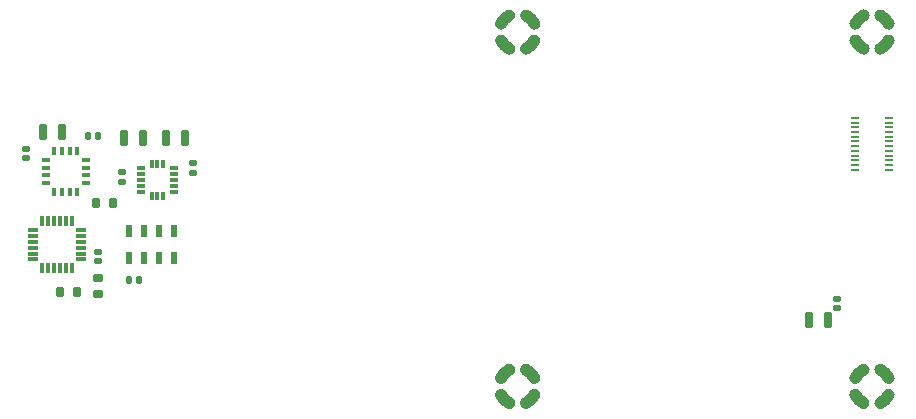
<source format=gtp>
G04 Layer_Color=8421504*
%FSAX42Y42*%
%MOMM*%
G71*
G01*
G75*
G04:AMPARAMS|DCode=10|XSize=0.71mm|YSize=1.32mm|CornerRadius=0.18mm|HoleSize=0mm|Usage=FLASHONLY|Rotation=180.000|XOffset=0mm|YOffset=0mm|HoleType=Round|Shape=RoundedRectangle|*
%AMROUNDEDRECTD10*
21,1,0.71,0.97,0,0,180.0*
21,1,0.36,1.32,0,0,180.0*
1,1,0.36,-0.18,0.48*
1,1,0.36,0.18,0.48*
1,1,0.36,0.18,-0.48*
1,1,0.36,-0.18,-0.48*
%
%ADD10ROUNDEDRECTD10*%
G04:AMPARAMS|DCode=11|XSize=0.51mm|YSize=0.61mm|CornerRadius=0.13mm|HoleSize=0mm|Usage=FLASHONLY|Rotation=90.000|XOffset=0mm|YOffset=0mm|HoleType=Round|Shape=RoundedRectangle|*
%AMROUNDEDRECTD11*
21,1,0.51,0.36,0,0,90.0*
21,1,0.25,0.61,0,0,90.0*
1,1,0.25,0.18,0.13*
1,1,0.25,0.18,-0.13*
1,1,0.25,-0.18,-0.13*
1,1,0.25,-0.18,0.13*
%
%ADD11ROUNDEDRECTD11*%
G04:AMPARAMS|DCode=12|XSize=0.51mm|YSize=0.61mm|CornerRadius=0.13mm|HoleSize=0mm|Usage=FLASHONLY|Rotation=0.000|XOffset=0mm|YOffset=0mm|HoleType=Round|Shape=RoundedRectangle|*
%AMROUNDEDRECTD12*
21,1,0.51,0.36,0,0,0.0*
21,1,0.25,0.61,0,0,0.0*
1,1,0.25,0.13,-0.18*
1,1,0.25,-0.13,-0.18*
1,1,0.25,-0.13,0.18*
1,1,0.25,0.13,0.18*
%
%ADD12ROUNDEDRECTD12*%
G04:AMPARAMS|DCode=13|XSize=0.61mm|YSize=0.91mm|CornerRadius=0.15mm|HoleSize=0mm|Usage=FLASHONLY|Rotation=270.000|XOffset=0mm|YOffset=0mm|HoleType=Round|Shape=RoundedRectangle|*
%AMROUNDEDRECTD13*
21,1,0.61,0.61,0,0,270.0*
21,1,0.30,0.91,0,0,270.0*
1,1,0.30,-0.30,-0.15*
1,1,0.30,-0.30,0.15*
1,1,0.30,0.30,0.15*
1,1,0.30,0.30,-0.15*
%
%ADD13ROUNDEDRECTD13*%
G04:AMPARAMS|DCode=14|XSize=0.61mm|YSize=0.91mm|CornerRadius=0.15mm|HoleSize=0mm|Usage=FLASHONLY|Rotation=0.000|XOffset=0mm|YOffset=0mm|HoleType=Round|Shape=RoundedRectangle|*
%AMROUNDEDRECTD14*
21,1,0.61,0.61,0,0,0.0*
21,1,0.30,0.91,0,0,0.0*
1,1,0.30,0.15,-0.30*
1,1,0.30,-0.15,-0.30*
1,1,0.30,-0.15,0.30*
1,1,0.30,0.15,0.30*
%
%ADD14ROUNDEDRECTD14*%
%ADD15R,0.70X0.20*%
%ADD16R,0.30X0.66*%
%ADD17R,0.66X0.30*%
%ADD18R,0.61X1.12*%
%ADD19R,0.81X0.30*%
%ADD20R,0.30X0.81*%
%ADD22C,1.00*%
D10*
X006184Y007153D02*
D03*
X006344D02*
D03*
X007220Y007100D02*
D03*
X007380D02*
D03*
X006870D02*
D03*
X007030D02*
D03*
X012666Y005560D02*
D03*
X012826D02*
D03*
D11*
X006035Y006934D02*
D03*
Y007014D02*
D03*
X007450Y006890D02*
D03*
Y006810D02*
D03*
X006850Y006812D02*
D03*
Y006732D02*
D03*
X006650Y006060D02*
D03*
Y006140D02*
D03*
X012900Y005660D02*
D03*
Y005740D02*
D03*
D12*
X006564Y007117D02*
D03*
X006644D02*
D03*
X006910Y005900D02*
D03*
X006990D02*
D03*
D13*
X006650Y005920D02*
D03*
Y005780D02*
D03*
D14*
X006630Y006550D02*
D03*
X006770D02*
D03*
X006326Y005796D02*
D03*
X006466D02*
D03*
D15*
X013344Y007074D02*
D03*
Y007114D02*
D03*
Y007154D02*
D03*
Y007194D02*
D03*
Y007234D02*
D03*
X013056Y007074D02*
D03*
Y007114D02*
D03*
Y007154D02*
D03*
Y007194D02*
D03*
Y007234D02*
D03*
Y007034D02*
D03*
Y006994D02*
D03*
Y006954D02*
D03*
Y006914D02*
D03*
Y006874D02*
D03*
X013344Y007034D02*
D03*
Y006994D02*
D03*
Y006954D02*
D03*
Y006914D02*
D03*
Y006874D02*
D03*
Y006834D02*
D03*
Y007274D02*
D03*
X013056Y006834D02*
D03*
Y007274D02*
D03*
D16*
X006278Y006990D02*
D03*
X006343D02*
D03*
X006408D02*
D03*
X006473D02*
D03*
Y006650D02*
D03*
X006408D02*
D03*
X006343D02*
D03*
X006278D02*
D03*
X007100Y006613D02*
D03*
X007150D02*
D03*
X007201D02*
D03*
Y006887D02*
D03*
X007150D02*
D03*
X007100D02*
D03*
D17*
X006545Y006917D02*
D03*
Y006852D02*
D03*
Y006787D02*
D03*
Y006722D02*
D03*
X006205D02*
D03*
Y006787D02*
D03*
Y006852D02*
D03*
Y006917D02*
D03*
X007013Y006852D02*
D03*
Y006801D02*
D03*
Y006750D02*
D03*
Y006700D02*
D03*
Y006650D02*
D03*
X007287D02*
D03*
Y006700D02*
D03*
Y006750D02*
D03*
Y006801D02*
D03*
Y006852D02*
D03*
D18*
X006912Y006312D02*
D03*
X007036D02*
D03*
X007162D02*
D03*
X007288D02*
D03*
Y006090D02*
D03*
X007162D02*
D03*
X007036D02*
D03*
X006912D02*
D03*
D19*
X006100Y006327D02*
D03*
Y006276D02*
D03*
Y006225D02*
D03*
Y006175D02*
D03*
Y006125D02*
D03*
Y006075D02*
D03*
X006501D02*
D03*
Y006125D02*
D03*
Y006175D02*
D03*
Y006225D02*
D03*
Y006276D02*
D03*
Y006327D02*
D03*
D20*
X006175Y006000D02*
D03*
X006225D02*
D03*
X006275D02*
D03*
X006325D02*
D03*
X006376D02*
D03*
X006427D02*
D03*
Y006401D02*
D03*
X006376D02*
D03*
X006325D02*
D03*
X006275D02*
D03*
X006225D02*
D03*
X006175D02*
D03*
D22*
X010059Y004929D02*
G03*
X010129Y004859I000141J000071D01*
G01*
X010271D02*
G03*
X010341Y004929I-000071J000141D01*
G01*
Y005071D02*
G03*
X010271Y005141I-000141J-000071D01*
G01*
X010129D02*
G03*
X010059Y005071I000071J-000141D01*
G01*
X013129Y008141D02*
G03*
X013059Y008071I000071J-000141D01*
G01*
X013341D02*
G03*
X013271Y008141I-000141J-000071D01*
G01*
Y007859D02*
G03*
X013341Y007929I-000071J000141D01*
G01*
X013059D02*
G03*
X013129Y007859I000141J000071D01*
G01*
X013059Y004929D02*
G03*
X013129Y004859I000141J000071D01*
G01*
X013271D02*
G03*
X013341Y004929I-000071J000141D01*
G01*
Y005071D02*
G03*
X013271Y005141I-000141J-000071D01*
G01*
X013129D02*
G03*
X013059Y005071I000071J-000141D01*
G01*
X010129Y008141D02*
G03*
X010059Y008071I000071J-000141D01*
G01*
X010341D02*
G03*
X010271Y008141I-000141J-000071D01*
G01*
Y007859D02*
G03*
X010341Y007929I-000071J000141D01*
G01*
X010059D02*
G03*
X010129Y007859I000141J000071D01*
G01*
M02*

</source>
